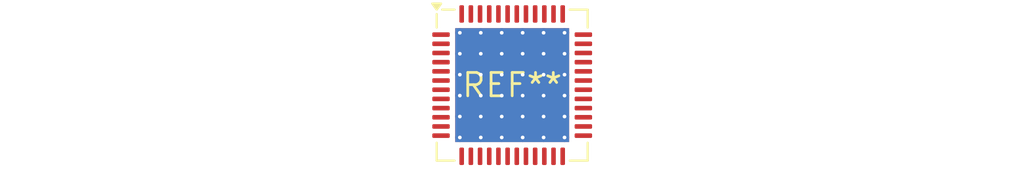
<source format=kicad_pcb>
(kicad_pcb (version 20240108) (generator pcbnew)
  (layers (0 "F.Cu" signal) (31 "B.Cu" signal) (34 "B.Paste" user) (35 "F.Paste" user) (36 "B.SilkS" user "B.Silkscreen") (37 "F.SilkS" user "F.Silkscreen") (38 "B.Mask" user) (39 "F.Mask" user) (44 "Edge.Cuts" user))
  (net 0 "")
  (footprint "QFN-48-1EP_8x8mm_P0.5mm_EP6.2x6.2mm_ThermalVias" (layer "F.Cu") (at 0 0)
    (property "Reference" "REF**")
    (property "Value" "QFN-48-1EP_8x8mm_P0.5mm_EP6.2x6.2mm_ThermalVias")
    (fp_line (start -4.11 -3.135) (end -4.11 -3.87) (layer "F.SilkS") (stroke (width 0.12)))
    (fp_line (start -4.11 4.11) (end -4.11 3.135) (layer "F.SilkS") (stroke (width 0.12)))
    (fp_line (start -3.135 -4.11) (end -3.81 -4.11) (layer "F.SilkS") (stroke (width 0.12)))
    (fp_line (start -3.135 4.11) (end -4.11 4.11) (layer "F.SilkS") (stroke (width 0.12)))
    (fp_line (start 3.135 -4.11) (end 4.11 -4.11) (layer "F.SilkS") (stroke (width 0.12)))
    (fp_line (start 3.135 4.11) (end 4.11 4.11) (layer "F.SilkS") (stroke (width 0.12)))
    (fp_line (start 4.11 -4.11) (end 4.11 -3.135) (layer "F.SilkS") (stroke (width 0.12)))
    (fp_line (start 4.11 4.11) (end 4.11 3.135) (layer "F.SilkS") (stroke (width 0.12)))
    (fp_poly (pts (xy -4.11 -4.11) (xy -4.35 -4.44) (xy -3.87 -4.44) (xy -4.11 -4.11)) (layer "F.SilkS") (stroke (width 0.12)) (fill solid))
    (pad "1" smd roundrect (at -3.875 -2.75) (size 0.95 0.25) (layers "F.Cu" "F.Paste" "F.Mask"))
    (pad "2" smd roundrect (at -3.875 -2.25) (size 0.95 0.25) (layers "F.Cu" "F.Paste" "F.Mask"))
    (pad "3" smd roundrect (at -3.875 -1.75) (size 0.95 0.25) (layers "F.Cu" "F.Paste" "F.Mask"))
    (pad "4" smd roundrect (at -3.875 -1.25) (size 0.95 0.25) (layers "F.Cu" "F.Paste" "F.Mask"))
    (pad "5" smd roundrect (at -3.875 -0.75) (size 0.95 0.25) (layers "F.Cu" "F.Paste" "F.Mask"))
    (pad "6" smd roundrect (at -3.875 -0.25) (size 0.95 0.25) (layers "F.Cu" "F.Paste" "F.Mask"))
    (pad "7" smd roundrect (at -3.875 0.25) (size 0.95 0.25) (layers "F.Cu" "F.Paste" "F.Mask"))
    (pad "8" smd roundrect (at -3.875 0.75) (size 0.95 0.25) (layers "F.Cu" "F.Paste" "F.Mask"))
    (pad "9" smd roundrect (at -3.875 1.25) (size 0.95 0.25) (layers "F.Cu" "F.Paste" "F.Mask"))
    (pad "10" smd roundrect (at -3.875 1.75) (size 0.95 0.25) (layers "F.Cu" "F.Paste" "F.Mask"))
    (pad "11" smd roundrect (at -3.875 2.25) (size 0.95 0.25) (layers "F.Cu" "F.Paste" "F.Mask"))
    (pad "12" smd roundrect (at -3.875 2.75) (size 0.95 0.25) (layers "F.Cu" "F.Paste" "F.Mask"))
    (pad "13" smd roundrect (at -2.75 3.875) (size 0.25 0.95) (layers "F.Cu" "F.Paste" "F.Mask"))
    (pad "14" smd roundrect (at -2.25 3.875) (size 0.25 0.95) (layers "F.Cu" "F.Paste" "F.Mask"))
    (pad "15" smd roundrect (at -1.75 3.875) (size 0.25 0.95) (layers "F.Cu" "F.Paste" "F.Mask"))
    (pad "16" smd roundrect (at -1.25 3.875) (size 0.25 0.95) (layers "F.Cu" "F.Paste" "F.Mask"))
    (pad "17" smd roundrect (at -0.75 3.875) (size 0.25 0.95) (layers "F.Cu" "F.Paste" "F.Mask"))
    (pad "18" smd roundrect (at -0.25 3.875) (size 0.25 0.95) (layers "F.Cu" "F.Paste" "F.Mask"))
    (pad "19" smd roundrect (at 0.25 3.875) (size 0.25 0.95) (layers "F.Cu" "F.Paste" "F.Mask"))
    (pad "20" smd roundrect (at 0.75 3.875) (size 0.25 0.95) (layers "F.Cu" "F.Paste" "F.Mask"))
    (pad "21" smd roundrect (at 1.25 3.875) (size 0.25 0.95) (layers "F.Cu" "F.Paste" "F.Mask"))
    (pad "22" smd roundrect (at 1.75 3.875) (size 0.25 0.95) (layers "F.Cu" "F.Paste" "F.Mask"))
    (pad "23" smd roundrect (at 2.25 3.875) (size 0.25 0.95) (layers "F.Cu" "F.Paste" "F.Mask"))
    (pad "24" smd roundrect (at 2.75 3.875) (size 0.25 0.95) (layers "F.Cu" "F.Paste" "F.Mask"))
    (pad "25" smd roundrect (at 3.875 2.75) (size 0.95 0.25) (layers "F.Cu" "F.Paste" "F.Mask"))
    (pad "26" smd roundrect (at 3.875 2.25) (size 0.95 0.25) (layers "F.Cu" "F.Paste" "F.Mask"))
    (pad "27" smd roundrect (at 3.875 1.75) (size 0.95 0.25) (layers "F.Cu" "F.Paste" "F.Mask"))
    (pad "28" smd roundrect (at 3.875 1.25) (size 0.95 0.25) (layers "F.Cu" "F.Paste" "F.Mask"))
    (pad "29" smd roundrect (at 3.875 0.75) (size 0.95 0.25) (layers "F.Cu" "F.Paste" "F.Mask"))
    (pad "30" smd roundrect (at 3.875 0.25) (size 0.95 0.25) (layers "F.Cu" "F.Paste" "F.Mask"))
    (pad "31" smd roundrect (at 3.875 -0.25) (size 0.95 0.25) (layers "F.Cu" "F.Paste" "F.Mask"))
    (pad "32" smd roundrect (at 3.875 -0.75) (size 0.95 0.25) (layers "F.Cu" "F.Paste" "F.Mask"))
    (pad "33" smd roundrect (at 3.875 -1.25) (size 0.95 0.25) (layers "F.Cu" "F.Paste" "F.Mask"))
    (pad "34" smd roundrect (at 3.875 -1.75) (size 0.95 0.25) (layers "F.Cu" "F.Paste" "F.Mask"))
    (pad "35" smd roundrect (at 3.875 -2.25) (size 0.95 0.25) (layers "F.Cu" "F.Paste" "F.Mask"))
    (pad "36" smd roundrect (at 3.875 -2.75) (size 0.95 0.25) (layers "F.Cu" "F.Paste" "F.Mask"))
    (pad "37" smd roundrect (at 2.75 -3.875) (size 0.25 0.95) (layers "F.Cu" "F.Paste" "F.Mask"))
    (pad "38" smd roundrect (at 2.25 -3.875) (size 0.25 0.95) (layers "F.Cu" "F.Paste" "F.Mask"))
    (pad "39" smd roundrect (at 1.75 -3.875) (size 0.25 0.95) (layers "F.Cu" "F.Paste" "F.Mask"))
    (pad "40" smd roundrect (at 1.25 -3.875) (size 0.25 0.95) (layers "F.Cu" "F.Paste" "F.Mask"))
    (pad "41" smd roundrect (at 0.75 -3.875) (size 0.25 0.95) (layers "F.Cu" "F.Paste" "F.Mask"))
    (pad "42" smd roundrect (at 0.25 -3.875) (size 0.25 0.95) (layers "F.Cu" "F.Paste" "F.Mask"))
    (pad "43" smd roundrect (at -0.25 -3.875) (size 0.25 0.95) (layers "F.Cu" "F.Paste" "F.Mask"))
    (pad "44" smd roundrect (at -0.75 -3.875) (size 0.25 0.95) (layers "F.Cu" "F.Paste" "F.Mask"))
    (pad "45" smd roundrect (at -1.25 -3.875) (size 0.25 0.95) (layers "F.Cu" "F.Paste" "F.Mask"))
    (pad "46" smd roundrect (at -1.75 -3.875) (size 0.25 0.95) (layers "F.Cu" "F.Paste" "F.Mask"))
    (pad "47" smd roundrect (at -2.25 -3.875) (size 0.25 0.95) (layers "F.Cu" "F.Paste" "F.Mask"))
    (pad "48" smd roundrect (at -2.75 -3.875) (size 0.25 0.95) (layers "F.Cu" "F.Paste" "F.Mask"))
    (pad "49" thru_hole circle (at -2.85 -2.85) (size 0.5 0.5) (drill 0.2) (property pad_prop_heatsink) (layers *.Cu) (remove_unused_layers))
    (pad "49" thru_hole circle (at -2.85 -1.71) (size 0.5 0.5) (drill 0.2) (property pad_prop_heatsink) (layers *.Cu) (remove_unused_layers))
    (pad "49" thru_hole circle (at -2.85 -0.57) (size 0.5 0.5) (drill 0.2) (property pad_prop_heatsink) (layers *.Cu) (remove_unused_layers))
    (pad "49" thru_hole circle (at -2.85 0.57) (size 0.5 0.5) (drill 0.2) (property pad_prop_heatsink) (layers *.Cu) (remove_unused_layers))
    (pad "49" thru_hole circle (at -2.85 1.71) (size 0.5 0.5) (drill 0.2) (property pad_prop_heatsink) (layers *.Cu) (remove_unused_layers))
    (pad "49" thru_hole circle (at -2.85 2.85) (size 0.5 0.5) (drill 0.2) (property pad_prop_heatsink) (layers *.Cu) (remove_unused_layers))
    (pad "49" thru_hole circle (at -1.71 -2.85) (size 0.5 0.5) (drill 0.2) (property pad_prop_heatsink) (layers *.Cu) (remove_unused_layers))
    (pad "49" thru_hole circle (at -1.71 -1.71) (size 0.5 0.5) (drill 0.2) (property pad_prop_heatsink) (layers *.Cu) (remove_unused_layers))
    (pad "49" thru_hole circle (at -1.71 -0.57) (size 0.5 0.5) (drill 0.2) (property pad_prop_heatsink) (layers *.Cu) (remove_unused_layers))
    (pad "49" thru_hole circle (at -1.71 0.57) (size 0.5 0.5) (drill 0.2) (property pad_prop_heatsink) (layers *.Cu) (remove_unused_layers))
    (pad "49" thru_hole circle (at -1.71 1.71) (size 0.5 0.5) (drill 0.2) (property pad_prop_heatsink) (layers *.Cu) (remove_unused_layers))
    (pad "49" thru_hole circle (at -1.71 2.85) (size 0.5 0.5) (drill 0.2) (property pad_prop_heatsink) (layers *.Cu) (remove_unused_layers))
    (pad "49" thru_hole circle (at -0.57 -2.85) (size 0.5 0.5) (drill 0.2) (property pad_prop_heatsink) (layers *.Cu) (remove_unused_layers))
    (pad "49" thru_hole circle (at -0.57 -1.71) (size 0.5 0.5) (drill 0.2) (property pad_prop_heatsink) (layers *.Cu) (remove_unused_layers))
    (pad "49" thru_hole circle (at -0.57 -0.57) (size 0.5 0.5) (drill 0.2) (property pad_prop_heatsink) (layers *.Cu) (remove_unused_layers))
    (pad "49" thru_hole circle (at -0.57 0.57) (size 0.5 0.5) (drill 0.2) (property pad_prop_heatsink) (layers *.Cu) (remove_unused_layers))
    (pad "49" thru_hole circle (at -0.57 1.71) (size 0.5 0.5) (drill 0.2) (property pad_prop_heatsink) (layers *.Cu) (remove_unused_layers))
    (pad "49" thru_hole circle (at -0.57 2.85) (size 0.5 0.5) (drill 0.2) (property pad_prop_heatsink) (layers *.Cu) (remove_unused_layers))
    (pad "49" smd rect (at 0 0) (size 6.2 6.2) (property pad_prop_heatsink) (layers "F.Cu" "F.Mask"))
    (pad "49" smd rect (at 0 0) (size 6.2 6.2) (property pad_prop_heatsink) (layers "B.Cu"))
    (pad "49" thru_hole circle (at 0.57 -2.85) (size 0.5 0.5) (drill 0.2) (property pad_prop_heatsink) (layers *.Cu) (remove_unused_layers))
    (pad "49" thru_hole circle (at 0.57 -1.71) (size 0.5 0.5) (drill 0.2) (property pad_prop_heatsink) (layers *.Cu) (remove_unused_layers))
    (pad "49" thru_hole circle (at 0.57 -0.57) (size 0.5 0.5) (drill 0.2) (property pad_prop_heatsink) (layers *.Cu) (remove_unused_layers))
    (pad "49" thru_hole circle (at 0.57 0.57) (size 0.5 0.5) (drill 0.2) (property pad_prop_heatsink) (layers *.Cu) (remove_unused_layers))
    (pad "49" thru_hole circle (at 0.57 1.71) (size 0.5 0.5) (drill 0.2) (property pad_prop_heatsink) (layers *.Cu) (remove_unused_layers))
    (pad "49" thru_hole circle (at 0.57 2.85) (size 0.5 0.5) (drill 0.2) (property pad_prop_heatsink) (layers *.Cu) (remove_unused_layers))
    (pad "49" thru_hole circle (at 1.71 -2.85) (size 0.5 0.5) (drill 0.2) (property pad_prop_heatsink) (layers *.Cu) (remove_unused_layers))
    (pad "49" thru_hole circle (at 1.71 -1.71) (size 0.5 0.5) (drill 0.2) (property pad_prop_heatsink) (layers *.Cu) (remove_unused_layers))
    (pad "49" thru_hole circle (at 1.71 -0.57) (size 0.5 0.5) (drill 0.2) (property pad_prop_heatsink) (layers *.Cu) (remove_unused_layers))
    (pad "49" thru_hole circle (at 1.71 0.57) (size 0.5 0.5) (drill 0.2) (property pad_prop_heatsink) (layers *.Cu) (remove_unused_layers))
    (pad "49" thru_hole circle (at 1.71 1.71) (size 0.5 0.5) (drill 0.2) (property pad_prop_heatsink) (layers *.Cu) (remove_unused_layers))
    (pad "49" thru_hole circle (at 1.71 2.85) (size 0.5 0.5) (drill 0.2) (property pad_prop_heatsink) (layers *.Cu) (remove_unused_layers))
    (pad "49" thru_hole circle (at 2.85 -2.85) (size 0.5 0.5) (drill 0.2) (property pad_prop_heatsink) (layers *.Cu) (remove_unused_layers))
    (pad "49" thru_hole circle (at 2.85 -1.71) (size 0.5 0.5) (drill 0.2) (property pad_prop_heatsink) (layers *.Cu) (remove_unused_layers))
    (pad "49" thru_hole circle (at 2.85 -0.57) (size 0.5 0.5) (drill 0.2) (property pad_prop_heatsink) (layers *.Cu) (remove_unused_layers))
    (pad "49" thru_hole circle (at 2.85 0.57) (size 0.5 0.5) (drill 0.2) (property pad_prop_heatsink) (layers *.Cu) (remove_unused_layers))
    (pad "49" thru_hole circle (at 2.85 1.71) (size 0.5 0.5) (drill 0.2) (property pad_prop_heatsink) (layers *.Cu) (remove_unused_layers))
    (pad "49" thru_hole circle (at 2.85 2.85) (size 0.5 0.5) (drill 0.2) (property pad_prop_heatsink) (layers *.Cu) (remove_unused_layers))
  )
)
</source>
